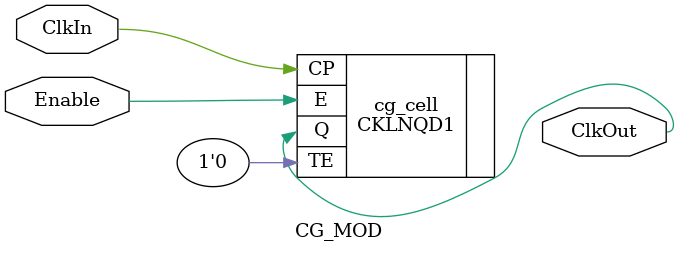
<source format=v>

`timescale 1ns/1ps

`ifndef CG_WRAPPER
`define CG_WRAPPER


//module CG_MOD_neg (ClkIn, Enable, test, ClkOut);
//	input ClkIn,Enable,test;
//	output ClkOut;
//	wire tm_out;
//	reg enl;
//		assign tm_out = Enable | test;
//		always @ (ClkIn or tm_out )
//		if (ClkIn)
//			enl = tm_out;
//		assign ClkOut = ClkIn | ~enl;
//endmodule


module CG_MOD (ClkIn, Enable, ClkOut);
input wire ClkIn,Enable;
output wire ClkOut;
//wire ck_inb;
//reg enl;
    CKLNQD1 cg_cell (.TE (1'b0), .E (Enable), .CP (ClkIn), .Q(ClkOut));

	//assign ck_inb = ~ClkIn;
	//always @ (ck_inb or Enable )
	//if (ck_inb)
	//	enl = Enable;
	//assign ClkOut = ClkIn & enl;
	
endmodule

/*
module CG_MOD_neg (ClkIn, Enable, ClkOut);
	input wire ClkIn,Enable;
	output wire ClkOut;
	//reg enl;
        
        CKLHQD1 cg_cell_neg (.TE(1'b0), .E (Enable), .CPN (ClkIn),.Q(ClkOut));
		//always @ (ClkIn or Enable)
		//if (ClkIn)
			//enl = Enable ;
		//assign ClkOut = ClkIn | ~enl;
endmodule
*/

`endif

</source>
